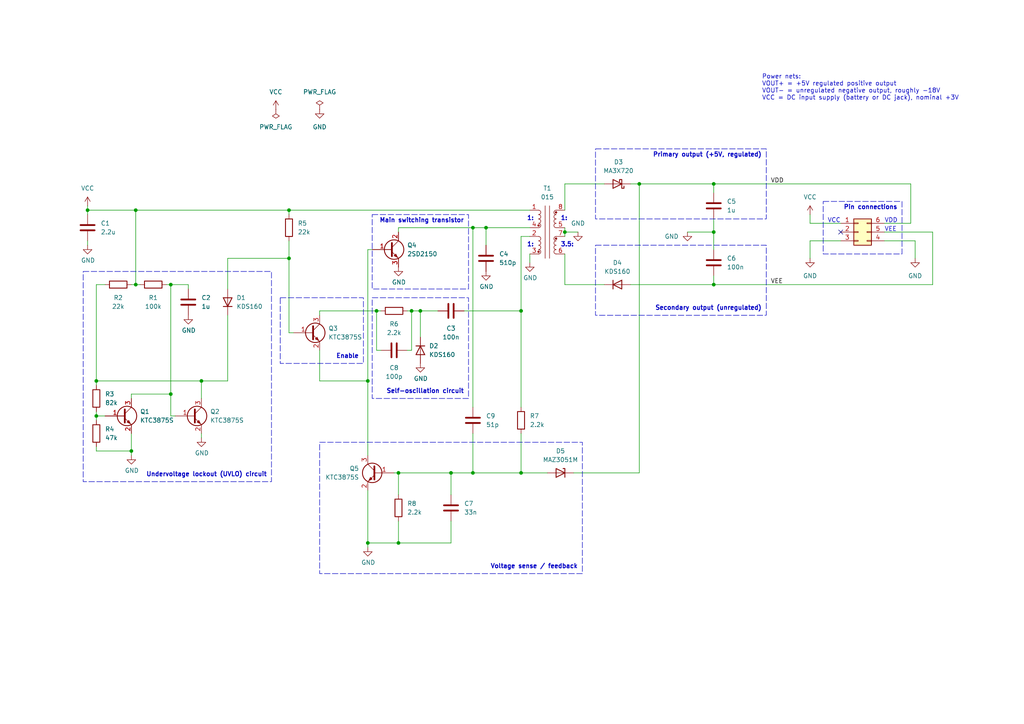
<source format=kicad_sch>
(kicad_sch (version 20230121) (generator eeschema)
  (paper "A4")
  (title_block (title "MGB-DCDC-B") (date "2022-05-30") (rev "A") (company "https://gekkio.fi") (comment 1 "https://github.com/gekkio/gb-schematics"))
  (lib_symbols
    (symbol "Connector_Generic:Conn_02x03_Counter_Clockwise" (pin_names (offset 1.016) hide)
      (property "Reference" "J" (at 1.27 5.08 0))
      (property "Value" "Conn_02x03_Counter_Clockwise" (at 1.27 -5.08 0))
      (symbol "Conn_02x03_Counter_Clockwise_1_1"
        (rectangle (start -1.27 -2.413) (end 0 -2.667) (stroke (width 0.1524)))
        (rectangle (start -1.27 0.127) (end 0 -0.127) (stroke (width 0.1524)))
        (rectangle (start -1.27 2.667) (end 0 2.413) (stroke (width 0.1524)))
        (rectangle (start -1.27 3.81) (end 3.81 -3.81) (stroke (width 0.254)) (fill (type background)))
        (rectangle (start 3.81 -2.413) (end 2.54 -2.667) (stroke (width 0.1524)))
        (rectangle (start 3.81 0.127) (end 2.54 -0.127) (stroke (width 0.1524)))
        (rectangle (start 3.81 2.667) (end 2.54 2.413) (stroke (width 0.1524)))
        (pin passive line (at -5.08 2.54 0) (length 3.81) (name "Pin_1") (number "1"))
        (pin passive line (at -5.08 0 0) (length 3.81) (name "Pin_2") (number "2"))
        (pin passive line (at -5.08 -2.54 0) (length 3.81) (name "Pin_3") (number "3"))
        (pin passive line (at 7.62 -2.54 180) (length 3.81) (name "Pin_4") (number "4"))
        (pin passive line (at 7.62 0 180) (length 3.81) (name "Pin_5") (number "5"))
        (pin passive line (at 7.62 2.54 180) (length 3.81) (name "Pin_6") (number "6"))
      )
    )
    (symbol "Device:C" (pin_numbers hide) (pin_names (offset 0.254))
      (property "Reference" "C" (at 0.635 2.54 0))
      (property "Value" "C" (at 0.635 -2.54 0))
      (symbol "C_0_1"
        (polyline (pts (xy -2.032 -0.762) (xy 2.032 -0.762)) (stroke (width 0.508)))
        (polyline (pts (xy -2.032 0.762) (xy 2.032 0.762)) (stroke (width 0.508)))
      )
      (symbol "C_1_1"
        (pin passive line (at 0 3.81 270) (length 2.794) (name "~") (number "1"))
        (pin passive line (at 0 -3.81 90) (length 2.794) (name "~") (number "2"))
      )
    )
    (symbol "Device:D" (pin_numbers hide) (pin_names (offset 1.016) hide)
      (property "Reference" "D" (at 0 2.54 0))
      (property "Value" "D" (at 0 -2.54 0))
      (symbol "D_0_1"
        (polyline (pts (xy -1.27 1.27) (xy -1.27 -1.27)) (stroke (width 0.254)))
        (polyline (pts (xy 1.27 0) (xy -1.27 0)))
        (polyline (pts (xy 1.27 1.27) (xy 1.27 -1.27) (xy -1.27 0) (xy 1.27 1.27)) (stroke (width 0.254)))
      )
      (symbol "D_1_1"
        (pin passive line (at -3.81 0 0) (length 2.54) (name "K") (number "1"))
        (pin passive line (at 3.81 0 180) (length 2.54) (name "A") (number "2"))
      )
    )
    (symbol "Device:D_Zener" (pin_numbers hide) (pin_names (offset 1.016) hide)
      (property "Reference" "D" (at 0 2.54 0))
      (property "Value" "D_Zener" (at 0 -2.54 0))
      (symbol "D_Zener_0_1"
        (polyline (pts (xy 1.27 0) (xy -1.27 0)))
        (polyline (pts (xy -1.27 -1.27) (xy -1.27 1.27) (xy -0.762 1.27)) (stroke (width 0.254)))
        (polyline (pts (xy 1.27 -1.27) (xy 1.27 1.27) (xy -1.27 0) (xy 1.27 -1.27)) (stroke (width 0.254)))
      )
      (symbol "D_Zener_1_1"
        (pin passive line (at -3.81 0 0) (length 2.54) (name "K") (number "1"))
        (pin passive line (at 3.81 0 180) (length 2.54) (name "A") (number "2"))
      )
    )
    (symbol "Device:Q_NPN_BCE" (pin_names (offset 0) hide)
      (property "Reference" "Q" (at 5.08 1.27 0))
      (property "Value" "Q_NPN_BCE" (at 5.08 -1.27 0))
      (symbol "Q_NPN_BCE_0_1"
        (polyline (pts (xy 0.635 0.635) (xy 2.54 2.54)))
        (polyline (pts (xy 0.635 -0.635) (xy 2.54 -2.54) (xy 2.54 -2.54)))
        (polyline (pts (xy 0.635 1.905) (xy 0.635 -1.905) (xy 0.635 -1.905)) (stroke (width 0.508)))
        (polyline (pts (xy 1.27 -1.778) (xy 1.778 -1.27) (xy 2.286 -2.286) (xy 1.27 -1.778) (xy 1.27 -1.778)) (fill (type outline)))
        (circle (center 1.27 0) (radius 2.8194) (stroke (width 0.254)))
      )
      (symbol "Q_NPN_BCE_1_1"
        (pin input line (at -5.08 0 0) (length 5.715) (name "B") (number "1"))
        (pin passive line (at 2.54 5.08 270) (length 2.54) (name "C") (number "2"))
        (pin passive line (at 2.54 -5.08 90) (length 2.54) (name "E") (number "3"))
      )
    )
    (symbol "Device:Q_NPN_BEC" (pin_names (offset 0) hide)
      (property "Reference" "Q" (at 5.08 1.27 0))
      (property "Value" "Q_NPN_BEC" (at 5.08 -1.27 0))
      (symbol "Q_NPN_BEC_0_1"
        (polyline (pts (xy 0.635 0.635) (xy 2.54 2.54)))
        (polyline (pts (xy 0.635 -0.635) (xy 2.54 -2.54) (xy 2.54 -2.54)))
        (polyline (pts (xy 0.635 1.905) (xy 0.635 -1.905) (xy 0.635 -1.905)) (stroke (width 0.508)))
        (polyline (pts (xy 1.27 -1.778) (xy 1.778 -1.27) (xy 2.286 -2.286) (xy 1.27 -1.778) (xy 1.27 -1.778)) (fill (type outline)))
        (circle (center 1.27 0) (radius 2.8194) (stroke (width 0.254)))
      )
      (symbol "Q_NPN_BEC_1_1"
        (pin input line (at -5.08 0 0) (length 5.715) (name "B") (number "1"))
        (pin passive line (at 2.54 -5.08 90) (length 2.54) (name "E") (number "2"))
        (pin passive line (at 2.54 5.08 270) (length 2.54) (name "C") (number "3"))
      )
    )
    (symbol "Device:R" (pin_numbers hide) (pin_names (offset 0))
      (property "Reference" "R" (at 2.032 0 90))
      (property "Value" "R" (at 0 0 90))
      (symbol "R_0_1"
        (rectangle (start -1.016 -2.54) (end 1.016 2.54) (stroke (width 0.254)))
      )
      (symbol "R_1_1"
        (pin passive line (at 0 3.81 270) (length 1.27) (name "~") (number "1"))
        (pin passive line (at 0 -3.81 90) (length 1.27) (name "~") (number "2"))
      )
    )
    (symbol "Gekkio_Diode:MA3X720" (pin_numbers hide) (pin_names (offset 1.016) hide)
      (property "Reference" "D" (at 0 2.54 0))
      (property "Value" "MA3X720" (at 0 -2.54 0))
      (symbol "MA3X720_0_1"
        (polyline (pts (xy 1.27 0) (xy -1.27 0)))
        (polyline (pts (xy 1.27 1.27) (xy 1.27 -1.27) (xy -1.27 0) (xy 1.27 1.27)) (stroke (width 0.254)))
        (polyline (pts (xy -1.905 0.635) (xy -1.905 1.27) (xy -1.27 1.27) (xy -1.27 -1.27) (xy -0.635 -1.27) (xy -0.635 -0.635)) (stroke (width 0.254)))
      )
      (symbol "MA3X720_1_1"
        (pin passive line (at 3.81 0 180) (length 2.54) (name "A") (number "1"))
        (pin no_connect line (at 3.81 2.54 180) (length 2.54) hide (name "NC") (number "2"))
        (pin passive line (at -3.81 0 0) (length 2.54) (name "K") (number "3"))
      )
    )
    (symbol "Gekkio_Transformer:GameBoy_Transformer_066"
      (property "Reference" "T" (at 0 8.89 0))
      (property "Value" "GameBoy_Transformer_066" (at 0 -8.89 0))
      (symbol "GameBoy_Transformer_066_0_1"
        (arc (start -2.54 -6.35) (mid -1.9077 -5.715) (end -2.54 -5.08))
        (circle (center -2.54 -5.715) (radius 0.254) (fill (type outline)))
        (arc (start -2.54 -5.08) (mid -1.9077 -4.445) (end -2.54 -3.81))
        (arc (start -2.54 -3.81) (mid -1.9077 -3.175) (end -2.54 -2.54))
        (arc (start -2.54 -2.54) (mid -1.9077 -1.905) (end -2.54 -1.27))
        (arc (start -2.54 1.27) (mid -1.9077 1.905) (end -2.54 2.54))
        (circle (center -2.54 1.905) (radius 0.254) (fill (type outline)))
        (arc (start -2.54 2.54) (mid -1.9077 3.175) (end -2.54 3.81))
        (arc (start -2.54 3.81) (mid -1.9077 4.445) (end -2.54 5.08))
        (arc (start -2.54 5.08) (mid -1.9077 5.715) (end -2.54 6.35))
        (polyline (pts (xy -0.635 7.62) (xy -0.635 -7.62)))
        (polyline (pts (xy 0.635 -7.62) (xy 0.635 7.62)))
        (arc (start 2.54 -5.08) (mid 1.9077 -5.715) (end 2.54 -6.35))
        (arc (start 2.54 -3.81) (mid 1.9077 -4.445) (end 2.54 -5.08))
        (arc (start 2.54 -2.54) (mid 1.9077 -3.175) (end 2.54 -3.81))
        (circle (center 2.54 -1.905) (radius 0.254) (fill (type outline)))
        (arc (start 2.54 -1.27) (mid 1.9077 -1.905) (end 2.54 -2.54))
        (arc (start 2.54 2.54) (mid 1.9077 1.905) (end 2.54 1.27))
        (arc (start 2.54 3.81) (mid 1.9077 3.175) (end 2.54 2.54))
        (arc (start 2.54 5.08) (mid 1.9077 4.445) (end 2.54 3.81))
        (circle (center 2.54 5.715) (radius 0.254) (fill (type outline)))
        (arc (start 2.54 6.35) (mid 1.9077 5.715) (end 2.54 5.08))
      )
      (symbol "GameBoy_Transformer_066_1_1"
        (pin passive line (at -5.08 6.35 0) (length 2.54) (name "~") (number "1"))
        (pin passive line (at -5.08 -1.27 0) (length 2.54) (name "~") (number "2"))
        (pin passive line (at -5.08 -6.35 0) (length 2.54) (name "~") (number "3"))
        (pin passive line (at -5.08 1.27 0) (length 2.54) (name "~") (number "4"))
        (pin passive line (at 5.08 1.27 180) (length 2.54) (name "~") (number "5"))
        (pin passive line (at 5.08 -6.35 180) (length 2.54) (name "~") (number "6"))
        (pin passive line (at 5.08 -1.27 180) (length 2.54) (name "~") (number "7"))
        (pin passive line (at 5.08 6.35 180) (length 2.54) (name "~") (number "8"))
      )
    )
    (symbol "power:GND" (power) (pin_names (offset 0))
      (property "Value" "GND" (at 0 -3.81 0))
      (symbol "GND_0_1"
        (polyline (pts (xy 0 0) (xy 0 -1.27) (xy 1.27 -1.27) (xy 0 -2.54) (xy -1.27 -1.27) (xy 0 -1.27)))
      )
      (symbol "GND_1_1"
        (pin power_in line (at 0 0 270) (length 0) hide (name "GND") (number "1"))
      )
    )
    (symbol "power:PWR_FLAG" (power) (pin_numbers hide) (pin_names (offset 0) hide)
      (property "Value" "PWR_FLAG" (at 0 3.81 0))
      (symbol "PWR_FLAG_0_0"
        (pin power_out line (at 0 0 90) (length 0) (name "pwr") (number "1"))
      )
      (symbol "PWR_FLAG_0_1"
        (polyline (pts (xy 0 0) (xy 0 1.27) (xy -1.016 1.905) (xy 0 2.54) (xy 1.016 1.905) (xy 0 1.27)))
      )
    )
    (symbol "power:VCC" (power) (pin_names (offset 0))
      (property "Value" "VCC" (at 0 3.81 0))
      (symbol "VCC_0_1"
        (polyline (pts (xy -0.762 1.27) (xy 0 2.54)))
        (polyline (pts (xy 0 0) (xy 0 2.54)))
        (polyline (pts (xy 0 2.54) (xy 0.762 1.27)))
      )
      (symbol "VCC_1_1"
        (pin power_in line (at 0 0 90) (length 0) hide (name "VCC") (number "1"))
      )
    )
  )
  (junction (at 207.01 82.55))
  (junction (at 185.42 53.34))
  (junction (at 119.38 90.17))
  (junction (at 49.53 82.55))
  (junction (at 27.94 120.65))
  (junction (at 151.13 90.17))
  (junction (at 207.01 53.34))
  (junction (at 137.16 66.04))
  (junction (at 83.82 60.96))
  (junction (at 106.68 157.48))
  (junction (at 39.37 60.96))
  (junction (at 83.82 74.93))
  (junction (at 38.1 130.81))
  (junction (at 27.94 110.49))
  (junction (at 151.13 137.16))
  (junction (at 106.68 110.49))
  (junction (at 25.4 60.96))
  (junction (at 121.92 90.17))
  (junction (at 130.81 137.16))
  (junction (at 58.42 110.49))
  (junction (at 207.01 67.31))
  (junction (at 115.57 137.16))
  (junction (at 115.57 157.48))
  (junction (at 109.22 90.17))
  (junction (at 163.83 67.31))
  (junction (at 140.97 66.04))
  (junction (at 39.37 82.55))
  (junction (at 137.16 137.16))
  (junction (at 49.53 114.3))
  (no_connect (at 243.84 67.31))
  (wire (pts (xy 25.4 60.96) (xy 39.37 60.96)))
  (wire (pts (xy 185.42 53.34) (xy 207.01 53.34)))
  (wire (pts (xy 207.01 53.34) (xy 264.16 53.34)))
  (wire (pts (xy 83.82 74.93) (xy 83.82 96.52)))
  (wire (pts (xy 27.94 130.81) (xy 38.1 130.81)))
  (wire (pts (xy 130.81 137.16) (xy 130.81 143.51)))
  (wire (pts (xy 151.13 68.58) (xy 151.13 90.17)))
  (wire (pts (xy 270.51 67.31) (xy 270.51 82.55)))
  (wire (pts (xy 115.57 151.13) (xy 115.57 157.48)))
  (wire (pts (xy 106.68 157.48) (xy 106.68 158.75)))
  (wire (pts (xy 207.01 67.31) (xy 199.39 67.31)))
  (wire (pts (xy 119.38 90.17) (xy 119.38 101.6)))
  (wire (pts (xy 207.01 67.31) (xy 207.01 72.39)))
  (wire (pts (xy 106.68 110.49) (xy 106.68 132.08)))
  (wire (pts (xy 118.11 101.6) (xy 119.38 101.6)))
  (wire (pts (xy 49.53 114.3) (xy 38.1 114.3)))
  (wire (pts (xy 38.1 82.55) (xy 39.37 82.55)))
  (wire (pts (xy 207.01 53.34) (xy 207.01 55.88)))
  (wire (pts (xy 39.37 60.96) (xy 39.37 82.55)))
  (wire (pts (xy 182.88 53.34) (xy 185.42 53.34)))
  (wire (pts (xy 140.97 66.04) (xy 140.97 71.12)))
  (wire (pts (xy 27.94 110.49) (xy 27.94 111.76)))
  (wire (pts (xy 151.13 137.16) (xy 158.75 137.16)))
  (wire (pts (xy 163.83 73.66) (xy 163.83 82.55)))
  (wire (pts (xy 243.84 64.77) (xy 234.95 64.77)))
  (wire (pts (xy 207.01 82.55) (xy 270.51 82.55)))
  (wire (pts (xy 207.01 63.5) (xy 207.01 67.31)))
  (wire (pts (xy 27.94 119.38) (xy 27.94 120.65)))
  (wire (pts (xy 130.81 151.13) (xy 130.81 157.48)))
  (wire (pts (xy 27.94 121.92) (xy 27.94 120.65)))
  (wire (pts (xy 92.71 101.6) (xy 92.71 110.49)))
  (wire (pts (xy 163.83 67.31) (xy 163.83 68.58)))
  (wire (pts (xy 66.04 110.49) (xy 66.04 91.44)))
  (wire (pts (xy 58.42 115.57) (xy 58.42 110.49)))
  (wire (pts (xy 115.57 66.04) (xy 115.57 67.31)))
  (wire (pts (xy 115.57 143.51) (xy 115.57 137.16)))
  (wire (pts (xy 92.71 90.17) (xy 92.71 91.44)))
  (wire (pts (xy 110.49 101.6) (xy 109.22 101.6)))
  (wire (pts (xy 137.16 137.16) (xy 130.81 137.16)))
  (wire (pts (xy 49.53 114.3) (xy 49.53 120.65)))
  (wire (pts (xy 54.61 82.55) (xy 54.61 83.82)))
  (wire (pts (xy 39.37 60.96) (xy 83.82 60.96)))
  (wire (pts (xy 106.68 72.39) (xy 106.68 110.49)))
  (wire (pts (xy 163.83 60.96) (xy 163.83 53.34)))
  (wire (pts (xy 58.42 125.73) (xy 58.42 127)))
  (wire (pts (xy 243.84 69.85) (xy 234.95 69.85)))
  (wire (pts (xy 121.92 90.17) (xy 121.92 97.79)))
  (wire (pts (xy 151.13 125.73) (xy 151.13 137.16)))
  (wire (pts (xy 92.71 110.49) (xy 106.68 110.49)))
  (wire (pts (xy 58.42 110.49) (xy 27.94 110.49)))
  (wire (pts (xy 38.1 130.81) (xy 38.1 132.08)))
  (wire (pts (xy 27.94 120.65) (xy 30.48 120.65)))
  (wire (pts (xy 115.57 66.04) (xy 137.16 66.04)))
  (wire (pts (xy 27.94 82.55) (xy 27.94 110.49)))
  (wire (pts (xy 25.4 69.85) (xy 25.4 71.12)))
  (wire (pts (xy 66.04 74.93) (xy 83.82 74.93)))
  (wire (pts (xy 119.38 90.17) (xy 121.92 90.17)))
  (wire (pts (xy 270.51 67.31) (xy 256.54 67.31)))
  (wire (pts (xy 106.68 157.48) (xy 115.57 157.48)))
  (wire (pts (xy 49.53 82.55) (xy 54.61 82.55)))
  (wire (pts (xy 163.83 67.31) (xy 167.64 67.31)))
  (wire (pts (xy 25.4 60.96) (xy 25.4 62.23)))
  (wire (pts (xy 115.57 157.48) (xy 130.81 157.48)))
  (wire (pts (xy 134.62 90.17) (xy 151.13 90.17)))
  (wire (pts (xy 207.01 82.55) (xy 207.01 80.01)))
  (wire (pts (xy 256.54 64.77) (xy 264.16 64.77)))
  (wire (pts (xy 38.1 125.73) (xy 38.1 130.81)))
  (wire (pts (xy 107.95 72.39) (xy 106.68 72.39)))
  (wire (pts (xy 163.83 66.04) (xy 163.83 67.31)))
  (wire (pts (xy 83.82 96.52) (xy 85.09 96.52)))
  (wire (pts (xy 256.54 69.85) (xy 265.43 69.85)))
  (wire (pts (xy 185.42 53.34) (xy 185.42 137.16)))
  (wire (pts (xy 109.22 90.17) (xy 109.22 101.6)))
  (wire (pts (xy 234.95 69.85) (xy 234.95 74.93)))
  (wire (pts (xy 234.95 64.77) (xy 234.95 62.23)))
  (wire (pts (xy 83.82 60.96) (xy 83.82 62.23)))
  (wire (pts (xy 115.57 137.16) (xy 130.81 137.16)))
  (wire (pts (xy 83.82 60.96) (xy 153.67 60.96)))
  (wire (pts (xy 48.26 82.55) (xy 49.53 82.55)))
  (wire (pts (xy 119.38 90.17) (xy 118.11 90.17)))
  (wire (pts (xy 109.22 90.17) (xy 110.49 90.17)))
  (wire (pts (xy 166.37 137.16) (xy 185.42 137.16)))
  (wire (pts (xy 137.16 137.16) (xy 151.13 137.16)))
  (wire (pts (xy 49.53 82.55) (xy 49.53 114.3)))
  (wire (pts (xy 114.3 137.16) (xy 115.57 137.16)))
  (wire (pts (xy 66.04 83.82) (xy 66.04 74.93)))
  (wire (pts (xy 27.94 82.55) (xy 30.48 82.55)))
  (wire (pts (xy 121.92 90.17) (xy 127 90.17)))
  (wire (pts (xy 137.16 66.04) (xy 140.97 66.04)))
  (wire (pts (xy 265.43 69.85) (xy 265.43 74.93)))
  (wire (pts (xy 25.4 59.69) (xy 25.4 60.96)))
  (wire (pts (xy 137.16 125.73) (xy 137.16 137.16)))
  (wire (pts (xy 39.37 82.55) (xy 40.64 82.55)))
  (wire (pts (xy 151.13 68.58) (xy 153.67 68.58)))
  (wire (pts (xy 106.68 142.24) (xy 106.68 157.48)))
  (wire (pts (xy 49.53 120.65) (xy 50.8 120.65)))
  (wire (pts (xy 140.97 66.04) (xy 153.67 66.04)))
  (wire (pts (xy 151.13 90.17) (xy 151.13 118.11)))
  (wire (pts (xy 27.94 130.81) (xy 27.94 129.54)))
  (wire (pts (xy 182.88 82.55) (xy 207.01 82.55)))
  (wire (pts (xy 163.83 82.55) (xy 175.26 82.55)))
  (wire (pts (xy 264.16 64.77) (xy 264.16 53.34)))
  (wire (pts (xy 137.16 66.04) (xy 137.16 118.11)))
  (wire (pts (xy 83.82 69.85) (xy 83.82 74.93)))
  (wire (pts (xy 38.1 114.3) (xy 38.1 115.57)))
  (wire (pts (xy 153.67 73.66) (xy 153.67 76.2)))
  (wire (pts (xy 163.83 53.34) (xy 175.26 53.34)))
  (wire (pts (xy 92.71 90.17) (xy 109.22 90.17)))
  (wire (pts (xy 58.42 110.49) (xy 66.04 110.49)))
  (rectangle (start 107.95 86.36) (end 135.89 115.57) (stroke (width 0) (type dash)))
  (rectangle (start 92.71 128.27) (end 168.91 166.37) (stroke (width 0) (type dash)))
  (rectangle (start 172.72 43.18) (end 222.25 63.5) (stroke (width 0) (type dash)))
  (rectangle (start 81.28 86.36) (end 105.41 105.41) (stroke (width 0) (type dash)))
  (rectangle (start 24.13 78.74) (end 78.74 139.7) (stroke (width 0) (type dash)))
  (rectangle (start 238.76 58.42) (end 261.62 73.66) (stroke (width 0) (type dash)))
  (rectangle (start 107.95 62.23) (end 135.89 83.82) (stroke (width 0) (type dash)))
  (rectangle (start 172.72 71.12) (end 222.25 91.44) (stroke (width 0) (type dash)))
  (text "3.5:" (at 162.56 71.755 0) (effects (font (size 1.27 1.27) (thickness 0.254) bold) (justify left bottom)))
  (text "Pin connections" (at 260.35 60.96 0) (effects (font (size 1.27 1.27) (thickness 0.254) bold) (justify right bottom)))
  (text "Self-oscillation circuit" (at 134.62 114.3 0) (effects (font (size 1.27 1.27) (thickness 0.254) bold) (justify right bottom)))
  (text "VEE" (at 256.54 67.31 0) (effects (font (size 1.27 1.27)) (justify left bottom)))
  (text "Power nets:\nVOUT+ = +5V regulated positive output\nVOUT- = unregulated negative output, roughly -18V\nVCC = DC input supply (battery or DC jack), nominal +3V" (at 220.98 29.21 0) (effects (font (size 1.27 1.27)) (justify left bottom)))
  (text "Enable" (at 104.14 104.14 0) (effects (font (size 1.27 1.27) (thickness 0.254) bold) (justify right bottom)))
  (text "Main switching transistor" (at 134.62 64.77 0) (effects (font (size 1.27 1.27) (thickness 0.254) bold) (justify right bottom)))
  (text "Undervoltage lockout (UVLO) circuit" (at 77.47 138.43 0) (effects (font (size 1.27 1.27) (thickness 0.254) bold) (justify right bottom)))
  (text "Secondary output (unregulated)\n" (at 220.98 90.17 0) (effects (font (size 1.27 1.27) (thickness 0.254) bold) (justify right bottom)))
  (text "1:" (at 154.94 71.755 0) (effects (font (size 1.27 1.27) (thickness 0.254) bold) (justify right bottom)))
  (text "Voltage sense / feedback" (at 167.64 165.1 0) (effects (font (size 1.27 1.27) bold) (justify right bottom)))
  (text "Primary output (+5V, regulated)" (at 220.98 45.72 0) (effects (font (size 1.27 1.27) (thickness 0.254) bold) (justify right bottom)))
  (text "VDD" (at 256.54 64.77 0) (effects (font (size 1.27 1.27)) (justify left bottom)))
  (text "1:" (at 154.94 64.135 0) (effects (font (size 1.27 1.27) (thickness 0.254) bold) (justify right bottom)))
  (text "1:" (at 162.56 64.135 0) (effects (font (size 1.27 1.27) (thickness 0.254) bold) (justify left bottom)))
  (text "VCC" (at 243.84 64.77 0) (effects (font (size 1.27 1.27)) (justify right bottom)))
  (label "VDD" (at 223.52 53.34 0))
  (label "VEE" (at 223.52 82.55 0))
  (symbol (lib_id "power:VCC") (at 25.4 59.69 0) (unit 1)
    (property "Reference" "#PWR0101" (effects hide))
    (property "Value" "VCC" (at 25.4 54.61 0))
  )
  (symbol (lib_id "power:GND") (at 115.57 77.47 0) (unit 1)
    (property "Reference" "#PWR0102" (effects hide))
    (property "Value" "GND" (at 115.697 81.8642 0))
  )
  (symbol (lib_id "power:GND") (at 25.4 71.12 0) (unit 1)
    (property "Reference" "#PWR0104" (effects hide))
    (property "Value" "GND" (at 25.527 75.5142 0))
  )
  (symbol (lib_id "power:GND") (at 199.39 67.31 0) (unit 1)
    (property "Reference" "#PWR0106" (effects hide))
    (property "Value" "GND" (at 196.85 68.5799 0) (effects (justify right)))
  )
  (symbol (lib_id "power:GND") (at 106.68 158.75 0) (unit 1)
    (property "Reference" "#PWR0107" (effects hide))
    (property "Value" "GND" (at 106.807 163.1442 0))
  )
  (symbol (lib_id "power:VCC") (at 234.95 62.23 0) (unit 1)
    (property "Reference" "#PWR0108" (effects hide))
    (property "Value" "VCC" (at 234.95 57.15 0))
  )
  (symbol (lib_id "power:GND") (at 234.95 74.93 0) (unit 1)
    (property "Reference" "#PWR0109" (effects hide))
    (property "Value" "GND" (at 234.95 80.01 0))
  )
  (symbol (lib_id "power:PWR_FLAG") (at 80.01 31.75 180) (unit 1)
    (property "Reference" "#FLG0101" (effects hide))
    (property "Value" "PWR_FLAG" (at 80.01 36.83 0))
  )
  (symbol (lib_id "power:VCC") (at 80.01 31.75 0) (unit 1)
    (property "Reference" "#PWR0110" (effects hide))
    (property "Value" "VCC" (at 80.01 26.67 0))
  )
  (symbol (lib_id "power:PWR_FLAG") (at 92.71 31.75 0) (unit 1)
    (property "Reference" "#FLG0102" (effects hide))
    (property "Value" "PWR_FLAG" (at 92.71 26.67 0))
  )
  (symbol (lib_id "power:GND") (at 92.71 31.75 0) (unit 1)
    (property "Reference" "#PWR0111" (effects hide))
    (property "Value" "GND" (at 92.71 36.83 0))
  )
  (symbol (lib_id "Device:C") (at 140.97 74.93 0) (unit 1)
    (property "Reference" "C4" (at 144.78 73.6599 0) (effects (justify left)))
    (property "Value" "510p" (at 144.78 76.1999 0) (effects (justify left)))
  )
  (symbol (lib_id "Device:Q_NPN_BEC") (at 109.22 137.16 0) (mirror y) (unit 1)
    (property "Reference" "Q5" (at 104.14 135.8899 0) (effects (justify left)))
    (property "Value" "KTC3875S" (at 104.14 138.4299 0) (effects (justify left)))
  )
  (symbol (lib_id "Device:D") (at 179.07 82.55 0) (unit 1)
    (property "Reference" "D4" (at 179.07 76.2 0))
    (property "Value" "KDS160" (at 179.07 78.74 0))
    (property "Sim.Device" "D" (effects hide))
    (property "Sim.Pins" "1=K 2=A" (effects hide))
  )
  (symbol (lib_id "Device:C") (at 137.16 121.92 180) (unit 1)
    (property "Reference" "C9" (at 140.97 120.6499 0) (effects (justify right)))
    (property "Value" "51p" (at 140.97 123.1899 0) (effects (justify right)))
  )
  (symbol (lib_id "Device:C") (at 207.01 76.2 0) (unit 1)
    (property "Reference" "C6" (at 210.82 74.9299 0) (effects (justify left)))
    (property "Value" "100n" (at 210.82 77.4699 0) (effects (justify left)))
  )
  (symbol (lib_id "Device:R") (at 115.57 147.32 0) (unit 1)
    (property "Reference" "R8" (at 118.11 146.0499 0) (effects (justify left)))
    (property "Value" "2.2k" (at 118.11 148.5899 0) (effects (justify left)))
  )
  (symbol (lib_id "power:GND") (at 58.42 127 0) (unit 1)
    (property "Reference" "#PWR0114" (effects hide))
    (property "Value" "GND" (at 58.547 131.3942 0))
  )
  (symbol (lib_id "power:GND") (at 167.64 67.31 0) (unit 1)
    (property "Reference" "#PWR0116" (effects hide))
    (property "Value" "GND" (at 167.64 64.77 0))
  )
  (symbol (lib_id "Device:R") (at 27.94 125.73 0) (unit 1)
    (property "Reference" "R4" (at 30.48 124.4599 0) (effects (justify left)))
    (property "Value" "47k" (at 30.48 126.9999 0) (effects (justify left)))
  )
  (symbol (lib_id "Gekkio_Diode:MA3X720") (at 179.07 53.34 180) (unit 1)
    (property "Reference" "D3" (at 179.3875 46.99 0))
    (property "Value" "MA3X720" (at 179.3875 49.53 0))
    (property "Footprint" "Package_TO_SOT_SMD:SOT-23" (effects hide))
    (property "Datasheet" "https://industrial.panasonic.com/content/data/SC/ds/ds4/MA3X720_E_discon.pdf" (effects hide))
  )
  (symbol (lib_id "Device:C") (at 54.61 87.63 180) (unit 1)
    (property "Reference" "C2" (at 58.42 86.3599 0) (effects (justify right)))
    (property "Value" "1u" (at 58.42 88.8999 0) (effects (justify right)))
  )
  (symbol (lib_id "power:GND") (at 153.67 76.2 0) (unit 1)
    (property "Reference" "#PWR0115" (effects hide))
    (property "Value" "GND" (at 153.797 80.5942 0))
  )
  (symbol (lib_id "power:GND") (at 38.1 132.08 0) (unit 1)
    (property "Reference" "#PWR0113" (effects hide))
    (property "Value" "GND" (at 38.227 136.4742 0))
  )
  (symbol (lib_id "Device:Q_NPN_BCE") (at 113.03 72.39 0) (unit 1)
    (property "Reference" "Q4" (at 118.11 71.1199 0) (effects (justify left)))
    (property "Value" "2SD2150" (at 118.11 73.6599 0) (effects (justify left)))
  )
  (symbol (lib_id "Device:C") (at 130.81 90.17 90) (unit 1)
    (property "Reference" "C3" (at 130.81 95.25 90))
    (property "Value" "100n" (at 130.81 97.79 90))
  )
  (symbol (lib_id "Device:R") (at 44.45 82.55 270) (unit 1)
    (property "Reference" "R1" (at 44.45 86.36 90))
    (property "Value" "100k" (at 44.45 88.9 90))
  )
  (symbol (lib_id "power:GND") (at 121.92 105.41 0) (unit 1)
    (property "Reference" "#PWR0103" (effects hide))
    (property "Value" "GND" (at 122.047 109.8042 0))
  )
  (symbol (lib_id "Device:Q_NPN_BEC") (at 90.17 96.52 0) (unit 1)
    (property "Reference" "Q3" (at 95.25 95.2499 0) (effects (justify left)))
    (property "Value" "KTC3875S" (at 95.25 97.7899 0) (effects (justify left)))
  )
  (symbol (lib_id "Device:R") (at 114.3 90.17 90) (unit 1)
    (property "Reference" "R6" (at 114.3 93.98 90))
    (property "Value" "2.2k" (at 114.3 96.52 90))
  )
  (symbol (lib_id "Device:C") (at 207.01 59.69 0) (unit 1)
    (property "Reference" "C5" (at 210.82 58.4199 0) (effects (justify left)))
    (property "Value" "1u" (at 210.82 60.9599 0) (effects (justify left)))
  )
  (symbol (lib_id "Device:R") (at 27.94 115.57 0) (unit 1)
    (property "Reference" "R3" (at 30.48 114.2999 0) (effects (justify left)))
    (property "Value" "82k" (at 30.48 116.8399 0) (effects (justify left)))
  )
  (symbol (lib_id "Device:R") (at 151.13 121.92 0) (unit 1)
    (property "Reference" "R7" (at 153.67 120.6499 0) (effects (justify left)))
    (property "Value" "2.2k" (at 153.67 123.1899 0) (effects (justify left)))
  )
  (symbol (lib_id "Device:D_Zener") (at 162.56 137.16 0) (mirror y) (unit 1)
    (property "Reference" "D5" (at 162.56 130.81 0))
    (property "Value" "MAZ3051M" (at 162.56 133.35 0))
  )
  (symbol (lib_id "Device:D") (at 121.92 101.6 270) (unit 1)
    (property "Reference" "D2" (at 124.46 100.3299 90) (effects (justify left)))
    (property "Value" "KDS160" (at 124.46 102.8699 90) (effects (justify left)))
    (property "Sim.Device" "D" (effects hide))
    (property "Sim.Pins" "1=K 2=A" (effects hide))
  )
  (symbol (lib_id "Device:C") (at 130.81 147.32 180) (unit 1)
    (property "Reference" "C7" (at 134.62 146.0499 0) (effects (justify right)))
    (property "Value" "33n" (at 134.62 148.5899 0) (effects (justify right)))
  )
  (symbol (lib_id "Device:D") (at 66.04 87.63 90) (unit 1)
    (property "Reference" "D1" (at 68.58 86.3599 90) (effects (justify right)))
    (property "Value" "KDS160" (at 68.58 88.8999 90) (effects (justify right)))
    (property "Sim.Device" "D" (effects hide))
    (property "Sim.Pins" "1=K 2=A" (effects hide))
  )
  (symbol (lib_id "power:GND") (at 54.61 91.44 0) (unit 1)
    (property "Reference" "#PWR0112" (effects hide))
    (property "Value" "GND" (at 54.737 95.8342 0))
  )
  (symbol (lib_id "Device:Q_NPN_BEC") (at 35.56 120.65 0) (unit 1)
    (property "Reference" "Q1" (at 40.64 119.3799 0) (effects (justify left)))
    (property "Value" "KTC3875S" (at 40.64 121.9199 0) (effects (justify left)))
  )
  (symbol (lib_id "Device:R") (at 34.29 82.55 90) (unit 1)
    (property "Reference" "R2" (at 34.29 86.36 90))
    (property "Value" "22k" (at 34.29 88.9 90))
  )
  (symbol (lib_id "Device:C") (at 114.3 101.6 90) (unit 1)
    (property "Reference" "C8" (at 114.3 106.68 90))
    (property "Value" "100p" (at 114.3 109.22 90))
  )
  (symbol (lib_id "Device:C") (at 25.4 66.04 0) (unit 1)
    (property "Reference" "C1" (at 29.21 64.7699 0) (effects (justify left)))
    (property "Value" "2.2u" (at 29.21 67.3099 0) (effects (justify left)))
  )
  (symbol (lib_id "Connector_Generic:Conn_02x03_Counter_Clockwise") (at 248.92 67.31 0) (unit 1)
    (property "Reference" "J1" (effects hide))
    (property "Value" "Conn_02x03_Counter_Clockwise" (effects hide))
  )
  (symbol (lib_id "Gekkio_Transformer:GameBoy_Transformer_066") (at 158.75 67.31 0) (unit 1)
    (property "Reference" "T1" (at 158.75 54.61 0))
    (property "Value" "015" (at 158.75 57.15 0))
  )
  (symbol (lib_id "power:GND") (at 140.97 78.74 0) (unit 1)
    (property "Reference" "#PWR0105" (effects hide))
    (property "Value" "GND" (at 141.097 83.1342 0))
  )
  (symbol (lib_id "Device:R") (at 83.82 66.04 0) (unit 1)
    (property "Reference" "R5" (at 86.36 64.7699 0) (effects (justify left)))
    (property "Value" "22k" (at 86.36 67.3099 0) (effects (justify left)))
  )
  (symbol (lib_id "Device:Q_NPN_BEC") (at 55.88 120.65 0) (unit 1)
    (property "Reference" "Q2" (at 60.96 119.3799 0) (effects (justify left)))
    (property "Value" "KTC3875S" (at 60.96 121.9199 0) (effects (justify left)))
  )
  (symbol (lib_id "power:GND") (at 265.43 74.93 0) (unit 1)
    (property "Reference" "#PWR0117" (effects hide))
    (property "Value" "GND" (at 265.43 80.01 0))
  )
)
</source>
